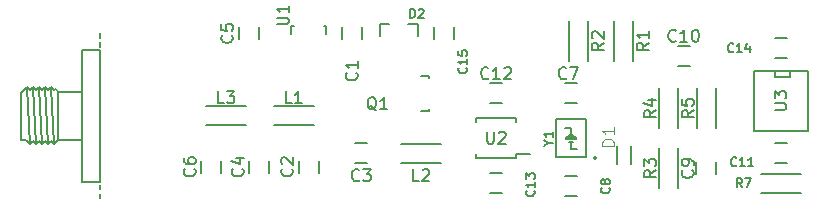
<source format=gbr>
G04 #@! TF.FileFunction,Legend,Top*
%FSLAX46Y46*%
G04 Gerber Fmt 4.6, Leading zero omitted, Abs format (unit mm)*
G04 Created by KiCad (PCBNEW 0.201510251816+6278~30~ubuntu14.04.1-product) date Mon 26 Oct 2015 11:17:12 PM CDT*
%MOMM*%
G01*
G04 APERTURE LIST*
%ADD10C,0.100000*%
%ADD11C,0.150000*%
%ADD12C,0.127000*%
%ADD13C,0.101600*%
G04 APERTURE END LIST*
D10*
D11*
X126023000Y-85860000D02*
X126023000Y-86860000D01*
X127723000Y-86860000D02*
X127723000Y-85860000D01*
X122340000Y-97163000D02*
X122340000Y-98163000D01*
X124040000Y-98163000D02*
X124040000Y-97163000D01*
X127135000Y-97370000D02*
X128135000Y-97370000D01*
X128135000Y-95670000D02*
X127135000Y-95670000D01*
X118149000Y-97163000D02*
X118149000Y-98163000D01*
X119849000Y-98163000D02*
X119849000Y-97163000D01*
X118960000Y-86860000D02*
X118960000Y-85860000D01*
X117260000Y-85860000D02*
X117260000Y-86860000D01*
X114085000Y-97163000D02*
X114085000Y-98163000D01*
X115785000Y-98163000D02*
X115785000Y-97163000D01*
X145915000Y-90590000D02*
X144915000Y-90590000D01*
X144915000Y-92290000D02*
X145915000Y-92290000D01*
X144915000Y-100164000D02*
X145915000Y-100164000D01*
X145915000Y-98464000D02*
X144915000Y-98464000D01*
X155995000Y-97290000D02*
X155995000Y-98290000D01*
X157695000Y-98290000D02*
X157695000Y-97290000D01*
X154440000Y-89115000D02*
X155440000Y-89115000D01*
X155440000Y-87415000D02*
X154440000Y-87415000D01*
X162695000Y-97370000D02*
X163695000Y-97370000D01*
X163695000Y-95670000D02*
X162695000Y-95670000D01*
X138565000Y-92290000D02*
X139565000Y-92290000D01*
X139565000Y-90590000D02*
X138565000Y-90590000D01*
X138565000Y-99910000D02*
X139565000Y-99910000D01*
X139565000Y-98210000D02*
X138565000Y-98210000D01*
X162695000Y-88480000D02*
X163695000Y-88480000D01*
X163695000Y-86780000D02*
X162695000Y-86780000D01*
X123620000Y-92545000D02*
X120220000Y-92545000D01*
X123620000Y-94145000D02*
X120220000Y-94145000D01*
X131015000Y-97320000D02*
X134415000Y-97320000D01*
X131015000Y-95720000D02*
X134415000Y-95720000D01*
X117905000Y-92545000D02*
X114505000Y-92545000D01*
X117905000Y-94145000D02*
X114505000Y-94145000D01*
X132664200Y-89940180D02*
X133365240Y-89940180D01*
X133365240Y-89940180D02*
X133365240Y-90189100D01*
X133365240Y-92739160D02*
X133365240Y-92939820D01*
X133365240Y-92939820D02*
X132664200Y-92939820D01*
X149060000Y-85295000D02*
X149060000Y-88695000D01*
X150660000Y-85295000D02*
X150660000Y-88695000D01*
X145250000Y-85295000D02*
X145250000Y-88695000D01*
X146850000Y-85295000D02*
X146850000Y-88695000D01*
X154470000Y-99490000D02*
X154470000Y-96090000D01*
X152870000Y-99490000D02*
X152870000Y-96090000D01*
X154470000Y-94410000D02*
X154470000Y-91010000D01*
X152870000Y-94410000D02*
X152870000Y-91010000D01*
X156045000Y-91010000D02*
X156045000Y-94410000D01*
X157645000Y-91010000D02*
X157645000Y-94410000D01*
X164895000Y-98260000D02*
X161495000Y-98260000D01*
X164895000Y-99860000D02*
X161495000Y-99860000D01*
X121690180Y-86410800D02*
X121690180Y-85709760D01*
X121690180Y-85709760D02*
X121939100Y-85709760D01*
X124489160Y-85709760D02*
X124689820Y-85709760D01*
X124689820Y-85709760D02*
X124689820Y-86410800D01*
X140740000Y-96925000D02*
X140740000Y-96625000D01*
X137390000Y-96925000D02*
X137390000Y-96625000D01*
X137390000Y-93575000D02*
X137390000Y-93875000D01*
X140740000Y-93575000D02*
X140740000Y-93875000D01*
X140740000Y-96925000D02*
X137390000Y-96925000D01*
X140740000Y-93575000D02*
X137390000Y-93575000D01*
X140740000Y-96625000D02*
X141965000Y-96625000D01*
X165481000Y-89535000D02*
X165481000Y-94615000D01*
X165481000Y-94615000D02*
X160909000Y-94615000D01*
X160909000Y-94615000D02*
X160909000Y-89535000D01*
X160909000Y-89535000D02*
X165481000Y-89535000D01*
X163957000Y-89535000D02*
X163957000Y-90043000D01*
X163957000Y-90043000D02*
X162687000Y-90043000D01*
X162687000Y-90043000D02*
X162687000Y-89535000D01*
X105537000Y-86741000D02*
X105537000Y-86360000D01*
X105537000Y-87503000D02*
X105537000Y-87122000D01*
X105537000Y-99949000D02*
X105537000Y-100330000D01*
X105537000Y-99187000D02*
X105537000Y-99568000D01*
X99568000Y-95758000D02*
X99314000Y-90932000D01*
X100076000Y-95758000D02*
X99822000Y-90932000D01*
X100584000Y-95758000D02*
X100330000Y-90932000D01*
X101092000Y-95758000D02*
X100838000Y-90932000D01*
X101600000Y-95758000D02*
X101346000Y-90932000D01*
X98933000Y-91313000D02*
X98806000Y-91313000D01*
X101981000Y-91313000D02*
X101854000Y-91186000D01*
X101854000Y-91186000D02*
X101727000Y-91059000D01*
X101727000Y-91059000D02*
X101600000Y-91186000D01*
X101600000Y-91186000D02*
X101346000Y-90932000D01*
X101346000Y-90932000D02*
X101092000Y-91186000D01*
X101092000Y-91186000D02*
X100838000Y-90932000D01*
X100838000Y-90932000D02*
X100584000Y-91186000D01*
X100584000Y-91186000D02*
X100330000Y-90932000D01*
X100330000Y-90932000D02*
X100076000Y-91186000D01*
X100076000Y-91186000D02*
X99822000Y-90932000D01*
X99822000Y-90932000D02*
X99568000Y-91186000D01*
X99568000Y-91186000D02*
X99314000Y-90932000D01*
X99314000Y-90932000D02*
X98933000Y-91313000D01*
X99314000Y-95504000D02*
X99187000Y-95377000D01*
X99187000Y-95377000D02*
X98806000Y-95377000D01*
X98806000Y-95377000D02*
X98806000Y-91313000D01*
X101981000Y-95377000D02*
X101600000Y-95758000D01*
X101600000Y-95758000D02*
X101346000Y-95504000D01*
X101346000Y-95504000D02*
X101092000Y-95758000D01*
X101092000Y-95758000D02*
X100838000Y-95504000D01*
X100838000Y-95504000D02*
X100584000Y-95758000D01*
X100584000Y-95758000D02*
X100330000Y-95504000D01*
X100330000Y-95504000D02*
X100076000Y-95758000D01*
X100076000Y-95758000D02*
X99822000Y-95504000D01*
X99822000Y-95504000D02*
X99568000Y-95758000D01*
X99568000Y-95758000D02*
X99314000Y-95504000D01*
X104013000Y-95377000D02*
X101981000Y-95377000D01*
X101981000Y-95377000D02*
X101981000Y-91313000D01*
X101981000Y-91313000D02*
X104013000Y-91313000D01*
X105537000Y-98933000D02*
X104013000Y-98933000D01*
X104013000Y-98933000D02*
X104013000Y-87757000D01*
X104013000Y-87757000D02*
X105537000Y-87757000D01*
X105537000Y-87757000D02*
X105537000Y-98933000D01*
D12*
X129210000Y-85560000D02*
X129210000Y-86560000D01*
X132410000Y-85560000D02*
X132410000Y-86560000D01*
X131610000Y-85560000D02*
X132410000Y-85560000D01*
X130010000Y-85560000D02*
X129210000Y-85560000D01*
D11*
X147572421Y-96940400D02*
G75*
G03X147572421Y-96940400I-141421J0D01*
G01*
X145015000Y-95350000D02*
X145015000Y-95150000D01*
X145015000Y-95150000D02*
X145815000Y-95150000D01*
X145815000Y-95150000D02*
X145815000Y-95350000D01*
X145815000Y-95350000D02*
X145015000Y-95350000D01*
X145215000Y-94950000D02*
X145615000Y-94950000D01*
X145215000Y-95550000D02*
X145615000Y-95550000D01*
X144915000Y-94350000D02*
X145415000Y-94350000D01*
X145415000Y-94350000D02*
X145415000Y-94950000D01*
X145915000Y-96150000D02*
X145415000Y-96150000D01*
X145415000Y-96150000D02*
X145415000Y-95550000D01*
X144165000Y-96850000D02*
X144165000Y-93650000D01*
X144165000Y-93650000D02*
X146665000Y-93650000D01*
X146665000Y-93650000D02*
X146665000Y-96850000D01*
X146665000Y-96850000D02*
X144165000Y-96850000D01*
X135470000Y-86860000D02*
X135470000Y-85860000D01*
X133770000Y-85860000D02*
X133770000Y-86860000D01*
X150460000Y-95866000D02*
X150460000Y-97416000D01*
X149260000Y-95866000D02*
X149260000Y-97416000D01*
D12*
X127235857Y-89704333D02*
X127284238Y-89752714D01*
X127332619Y-89897857D01*
X127332619Y-89994619D01*
X127284238Y-90139761D01*
X127187476Y-90236523D01*
X127090714Y-90284904D01*
X126897190Y-90333285D01*
X126752048Y-90333285D01*
X126558524Y-90284904D01*
X126461762Y-90236523D01*
X126365000Y-90139761D01*
X126316619Y-89994619D01*
X126316619Y-89897857D01*
X126365000Y-89752714D01*
X126413381Y-89704333D01*
X127332619Y-88736714D02*
X127332619Y-89317285D01*
X127332619Y-89026999D02*
X126316619Y-89026999D01*
X126461762Y-89123761D01*
X126558524Y-89220523D01*
X126606905Y-89317285D01*
X121774857Y-97832333D02*
X121823238Y-97880714D01*
X121871619Y-98025857D01*
X121871619Y-98122619D01*
X121823238Y-98267761D01*
X121726476Y-98364523D01*
X121629714Y-98412904D01*
X121436190Y-98461285D01*
X121291048Y-98461285D01*
X121097524Y-98412904D01*
X121000762Y-98364523D01*
X120904000Y-98267761D01*
X120855619Y-98122619D01*
X120855619Y-98025857D01*
X120904000Y-97880714D01*
X120952381Y-97832333D01*
X120952381Y-97445285D02*
X120904000Y-97396904D01*
X120855619Y-97300142D01*
X120855619Y-97058238D01*
X120904000Y-96961476D01*
X120952381Y-96913095D01*
X121049143Y-96864714D01*
X121145905Y-96864714D01*
X121291048Y-96913095D01*
X121871619Y-97493666D01*
X121871619Y-96864714D01*
X127465667Y-98787857D02*
X127417286Y-98836238D01*
X127272143Y-98884619D01*
X127175381Y-98884619D01*
X127030239Y-98836238D01*
X126933477Y-98739476D01*
X126885096Y-98642714D01*
X126836715Y-98449190D01*
X126836715Y-98304048D01*
X126885096Y-98110524D01*
X126933477Y-98013762D01*
X127030239Y-97917000D01*
X127175381Y-97868619D01*
X127272143Y-97868619D01*
X127417286Y-97917000D01*
X127465667Y-97965381D01*
X127804334Y-97868619D02*
X128433286Y-97868619D01*
X128094620Y-98255667D01*
X128239762Y-98255667D01*
X128336524Y-98304048D01*
X128384905Y-98352429D01*
X128433286Y-98449190D01*
X128433286Y-98691095D01*
X128384905Y-98787857D01*
X128336524Y-98836238D01*
X128239762Y-98884619D01*
X127949477Y-98884619D01*
X127852715Y-98836238D01*
X127804334Y-98787857D01*
X117583857Y-97832333D02*
X117632238Y-97880714D01*
X117680619Y-98025857D01*
X117680619Y-98122619D01*
X117632238Y-98267761D01*
X117535476Y-98364523D01*
X117438714Y-98412904D01*
X117245190Y-98461285D01*
X117100048Y-98461285D01*
X116906524Y-98412904D01*
X116809762Y-98364523D01*
X116713000Y-98267761D01*
X116664619Y-98122619D01*
X116664619Y-98025857D01*
X116713000Y-97880714D01*
X116761381Y-97832333D01*
X117003286Y-96961476D02*
X117680619Y-96961476D01*
X116616238Y-97203380D02*
X117341952Y-97445285D01*
X117341952Y-96816333D01*
X116694857Y-86529333D02*
X116743238Y-86577714D01*
X116791619Y-86722857D01*
X116791619Y-86819619D01*
X116743238Y-86964761D01*
X116646476Y-87061523D01*
X116549714Y-87109904D01*
X116356190Y-87158285D01*
X116211048Y-87158285D01*
X116017524Y-87109904D01*
X115920762Y-87061523D01*
X115824000Y-86964761D01*
X115775619Y-86819619D01*
X115775619Y-86722857D01*
X115824000Y-86577714D01*
X115872381Y-86529333D01*
X115775619Y-85610095D02*
X115775619Y-86093904D01*
X116259429Y-86142285D01*
X116211048Y-86093904D01*
X116162667Y-85997142D01*
X116162667Y-85755238D01*
X116211048Y-85658476D01*
X116259429Y-85610095D01*
X116356190Y-85561714D01*
X116598095Y-85561714D01*
X116694857Y-85610095D01*
X116743238Y-85658476D01*
X116791619Y-85755238D01*
X116791619Y-85997142D01*
X116743238Y-86093904D01*
X116694857Y-86142285D01*
X113519857Y-97832333D02*
X113568238Y-97880714D01*
X113616619Y-98025857D01*
X113616619Y-98122619D01*
X113568238Y-98267761D01*
X113471476Y-98364523D01*
X113374714Y-98412904D01*
X113181190Y-98461285D01*
X113036048Y-98461285D01*
X112842524Y-98412904D01*
X112745762Y-98364523D01*
X112649000Y-98267761D01*
X112600619Y-98122619D01*
X112600619Y-98025857D01*
X112649000Y-97880714D01*
X112697381Y-97832333D01*
X112600619Y-96961476D02*
X112600619Y-97154999D01*
X112649000Y-97251761D01*
X112697381Y-97300142D01*
X112842524Y-97396904D01*
X113036048Y-97445285D01*
X113423095Y-97445285D01*
X113519857Y-97396904D01*
X113568238Y-97348523D01*
X113616619Y-97251761D01*
X113616619Y-97058238D01*
X113568238Y-96961476D01*
X113519857Y-96913095D01*
X113423095Y-96864714D01*
X113181190Y-96864714D01*
X113084429Y-96913095D01*
X113036048Y-96961476D01*
X112987667Y-97058238D01*
X112987667Y-97251761D01*
X113036048Y-97348523D01*
X113084429Y-97396904D01*
X113181190Y-97445285D01*
X144991667Y-90151857D02*
X144943286Y-90200238D01*
X144798143Y-90248619D01*
X144701381Y-90248619D01*
X144556239Y-90200238D01*
X144459477Y-90103476D01*
X144411096Y-90006714D01*
X144362715Y-89813190D01*
X144362715Y-89668048D01*
X144411096Y-89474524D01*
X144459477Y-89377762D01*
X144556239Y-89281000D01*
X144701381Y-89232619D01*
X144798143Y-89232619D01*
X144943286Y-89281000D01*
X144991667Y-89329381D01*
X145330334Y-89232619D02*
X146007667Y-89232619D01*
X145572239Y-90248619D01*
X148608143Y-99441000D02*
X148644429Y-99477286D01*
X148680714Y-99586143D01*
X148680714Y-99658714D01*
X148644429Y-99767571D01*
X148571857Y-99840143D01*
X148499286Y-99876428D01*
X148354143Y-99912714D01*
X148245286Y-99912714D01*
X148100143Y-99876428D01*
X148027571Y-99840143D01*
X147955000Y-99767571D01*
X147918714Y-99658714D01*
X147918714Y-99586143D01*
X147955000Y-99477286D01*
X147991286Y-99441000D01*
X148245286Y-99005571D02*
X148209000Y-99078143D01*
X148172714Y-99114428D01*
X148100143Y-99150714D01*
X148063857Y-99150714D01*
X147991286Y-99114428D01*
X147955000Y-99078143D01*
X147918714Y-99005571D01*
X147918714Y-98860428D01*
X147955000Y-98787857D01*
X147991286Y-98751571D01*
X148063857Y-98715286D01*
X148100143Y-98715286D01*
X148172714Y-98751571D01*
X148209000Y-98787857D01*
X148245286Y-98860428D01*
X148245286Y-99005571D01*
X148281571Y-99078143D01*
X148317857Y-99114428D01*
X148390429Y-99150714D01*
X148535571Y-99150714D01*
X148608143Y-99114428D01*
X148644429Y-99078143D01*
X148680714Y-99005571D01*
X148680714Y-98860428D01*
X148644429Y-98787857D01*
X148608143Y-98751571D01*
X148535571Y-98715286D01*
X148390429Y-98715286D01*
X148317857Y-98751571D01*
X148281571Y-98787857D01*
X148245286Y-98860428D01*
X155683857Y-97959333D02*
X155732238Y-98007714D01*
X155780619Y-98152857D01*
X155780619Y-98249619D01*
X155732238Y-98394761D01*
X155635476Y-98491523D01*
X155538714Y-98539904D01*
X155345190Y-98588285D01*
X155200048Y-98588285D01*
X155006524Y-98539904D01*
X154909762Y-98491523D01*
X154813000Y-98394761D01*
X154764619Y-98249619D01*
X154764619Y-98152857D01*
X154813000Y-98007714D01*
X154861381Y-97959333D01*
X155780619Y-97475523D02*
X155780619Y-97281999D01*
X155732238Y-97185238D01*
X155683857Y-97136857D01*
X155538714Y-97040095D01*
X155345190Y-96991714D01*
X154958143Y-96991714D01*
X154861381Y-97040095D01*
X154813000Y-97088476D01*
X154764619Y-97185238D01*
X154764619Y-97378761D01*
X154813000Y-97475523D01*
X154861381Y-97523904D01*
X154958143Y-97572285D01*
X155200048Y-97572285D01*
X155296810Y-97523904D01*
X155345190Y-97475523D01*
X155393571Y-97378761D01*
X155393571Y-97185238D01*
X155345190Y-97088476D01*
X155296810Y-97040095D01*
X155200048Y-96991714D01*
X154286857Y-86976857D02*
X154238476Y-87025238D01*
X154093333Y-87073619D01*
X153996571Y-87073619D01*
X153851429Y-87025238D01*
X153754667Y-86928476D01*
X153706286Y-86831714D01*
X153657905Y-86638190D01*
X153657905Y-86493048D01*
X153706286Y-86299524D01*
X153754667Y-86202762D01*
X153851429Y-86106000D01*
X153996571Y-86057619D01*
X154093333Y-86057619D01*
X154238476Y-86106000D01*
X154286857Y-86154381D01*
X155254476Y-87073619D02*
X154673905Y-87073619D01*
X154964191Y-87073619D02*
X154964191Y-86057619D01*
X154867429Y-86202762D01*
X154770667Y-86299524D01*
X154673905Y-86347905D01*
X155883429Y-86057619D02*
X155980190Y-86057619D01*
X156076952Y-86106000D01*
X156125333Y-86154381D01*
X156173714Y-86251143D01*
X156222095Y-86444667D01*
X156222095Y-86686571D01*
X156173714Y-86880095D01*
X156125333Y-86976857D01*
X156076952Y-87025238D01*
X155980190Y-87073619D01*
X155883429Y-87073619D01*
X155786667Y-87025238D01*
X155738286Y-86976857D01*
X155689905Y-86880095D01*
X155641524Y-86686571D01*
X155641524Y-86444667D01*
X155689905Y-86251143D01*
X155738286Y-86154381D01*
X155786667Y-86106000D01*
X155883429Y-86057619D01*
X159403143Y-97554143D02*
X159366857Y-97590429D01*
X159258000Y-97626714D01*
X159185429Y-97626714D01*
X159076572Y-97590429D01*
X159004000Y-97517857D01*
X158967715Y-97445286D01*
X158931429Y-97300143D01*
X158931429Y-97191286D01*
X158967715Y-97046143D01*
X159004000Y-96973571D01*
X159076572Y-96901000D01*
X159185429Y-96864714D01*
X159258000Y-96864714D01*
X159366857Y-96901000D01*
X159403143Y-96937286D01*
X160128857Y-97626714D02*
X159693429Y-97626714D01*
X159911143Y-97626714D02*
X159911143Y-96864714D01*
X159838572Y-96973571D01*
X159766000Y-97046143D01*
X159693429Y-97082429D01*
X160854571Y-97626714D02*
X160419143Y-97626714D01*
X160636857Y-97626714D02*
X160636857Y-96864714D01*
X160564286Y-96973571D01*
X160491714Y-97046143D01*
X160419143Y-97082429D01*
X138411857Y-90151857D02*
X138363476Y-90200238D01*
X138218333Y-90248619D01*
X138121571Y-90248619D01*
X137976429Y-90200238D01*
X137879667Y-90103476D01*
X137831286Y-90006714D01*
X137782905Y-89813190D01*
X137782905Y-89668048D01*
X137831286Y-89474524D01*
X137879667Y-89377762D01*
X137976429Y-89281000D01*
X138121571Y-89232619D01*
X138218333Y-89232619D01*
X138363476Y-89281000D01*
X138411857Y-89329381D01*
X139379476Y-90248619D02*
X138798905Y-90248619D01*
X139089191Y-90248619D02*
X139089191Y-89232619D01*
X138992429Y-89377762D01*
X138895667Y-89474524D01*
X138798905Y-89522905D01*
X139766524Y-89329381D02*
X139814905Y-89281000D01*
X139911667Y-89232619D01*
X140153571Y-89232619D01*
X140250333Y-89281000D01*
X140298714Y-89329381D01*
X140347095Y-89426143D01*
X140347095Y-89522905D01*
X140298714Y-89668048D01*
X139718143Y-90248619D01*
X140347095Y-90248619D01*
X142258143Y-99676857D02*
X142294429Y-99713143D01*
X142330714Y-99822000D01*
X142330714Y-99894571D01*
X142294429Y-100003428D01*
X142221857Y-100076000D01*
X142149286Y-100112285D01*
X142004143Y-100148571D01*
X141895286Y-100148571D01*
X141750143Y-100112285D01*
X141677571Y-100076000D01*
X141605000Y-100003428D01*
X141568714Y-99894571D01*
X141568714Y-99822000D01*
X141605000Y-99713143D01*
X141641286Y-99676857D01*
X142330714Y-98951143D02*
X142330714Y-99386571D01*
X142330714Y-99168857D02*
X141568714Y-99168857D01*
X141677571Y-99241428D01*
X141750143Y-99314000D01*
X141786429Y-99386571D01*
X141568714Y-98697143D02*
X141568714Y-98225429D01*
X141859000Y-98479429D01*
X141859000Y-98370571D01*
X141895286Y-98298000D01*
X141931571Y-98261714D01*
X142004143Y-98225429D01*
X142185571Y-98225429D01*
X142258143Y-98261714D01*
X142294429Y-98298000D01*
X142330714Y-98370571D01*
X142330714Y-98588286D01*
X142294429Y-98660857D01*
X142258143Y-98697143D01*
X159149143Y-87902143D02*
X159112857Y-87938429D01*
X159004000Y-87974714D01*
X158931429Y-87974714D01*
X158822572Y-87938429D01*
X158750000Y-87865857D01*
X158713715Y-87793286D01*
X158677429Y-87648143D01*
X158677429Y-87539286D01*
X158713715Y-87394143D01*
X158750000Y-87321571D01*
X158822572Y-87249000D01*
X158931429Y-87212714D01*
X159004000Y-87212714D01*
X159112857Y-87249000D01*
X159149143Y-87285286D01*
X159874857Y-87974714D02*
X159439429Y-87974714D01*
X159657143Y-87974714D02*
X159657143Y-87212714D01*
X159584572Y-87321571D01*
X159512000Y-87394143D01*
X159439429Y-87430429D01*
X160528000Y-87466714D02*
X160528000Y-87974714D01*
X160346571Y-87176429D02*
X160165143Y-87720714D01*
X160636857Y-87720714D01*
X121750667Y-92280619D02*
X121266858Y-92280619D01*
X121266858Y-91264619D01*
X122621524Y-92280619D02*
X122040953Y-92280619D01*
X122331239Y-92280619D02*
X122331239Y-91264619D01*
X122234477Y-91409762D01*
X122137715Y-91506524D01*
X122040953Y-91554905D01*
X132545667Y-98884619D02*
X132061858Y-98884619D01*
X132061858Y-97868619D01*
X132835953Y-97965381D02*
X132884334Y-97917000D01*
X132981096Y-97868619D01*
X133223000Y-97868619D01*
X133319762Y-97917000D01*
X133368143Y-97965381D01*
X133416524Y-98062143D01*
X133416524Y-98158905D01*
X133368143Y-98304048D01*
X132787572Y-98884619D01*
X133416524Y-98884619D01*
X116035667Y-92280619D02*
X115551858Y-92280619D01*
X115551858Y-91264619D01*
X116277572Y-91264619D02*
X116906524Y-91264619D01*
X116567858Y-91651667D01*
X116713000Y-91651667D01*
X116809762Y-91700048D01*
X116858143Y-91748429D01*
X116906524Y-91845190D01*
X116906524Y-92087095D01*
X116858143Y-92183857D01*
X116809762Y-92232238D01*
X116713000Y-92280619D01*
X116422715Y-92280619D01*
X116325953Y-92232238D01*
X116277572Y-92183857D01*
X128935238Y-92885381D02*
X128838476Y-92837000D01*
X128741714Y-92740238D01*
X128596571Y-92595095D01*
X128499810Y-92546714D01*
X128403048Y-92546714D01*
X128451429Y-92788619D02*
X128354667Y-92740238D01*
X128257905Y-92643476D01*
X128209524Y-92449952D01*
X128209524Y-92111286D01*
X128257905Y-91917762D01*
X128354667Y-91821000D01*
X128451429Y-91772619D01*
X128644952Y-91772619D01*
X128741714Y-91821000D01*
X128838476Y-91917762D01*
X128886857Y-92111286D01*
X128886857Y-92449952D01*
X128838476Y-92643476D01*
X128741714Y-92740238D01*
X128644952Y-92788619D01*
X128451429Y-92788619D01*
X129854476Y-92788619D02*
X129273905Y-92788619D01*
X129564191Y-92788619D02*
X129564191Y-91772619D01*
X129467429Y-91917762D01*
X129370667Y-92014524D01*
X129273905Y-92062905D01*
X151970619Y-87164333D02*
X151486810Y-87502999D01*
X151970619Y-87744904D02*
X150954619Y-87744904D01*
X150954619Y-87357857D01*
X151003000Y-87261095D01*
X151051381Y-87212714D01*
X151148143Y-87164333D01*
X151293286Y-87164333D01*
X151390048Y-87212714D01*
X151438429Y-87261095D01*
X151486810Y-87357857D01*
X151486810Y-87744904D01*
X151970619Y-86196714D02*
X151970619Y-86777285D01*
X151970619Y-86486999D02*
X150954619Y-86486999D01*
X151099762Y-86583761D01*
X151196524Y-86680523D01*
X151244905Y-86777285D01*
X148160619Y-87164333D02*
X147676810Y-87502999D01*
X148160619Y-87744904D02*
X147144619Y-87744904D01*
X147144619Y-87357857D01*
X147193000Y-87261095D01*
X147241381Y-87212714D01*
X147338143Y-87164333D01*
X147483286Y-87164333D01*
X147580048Y-87212714D01*
X147628429Y-87261095D01*
X147676810Y-87357857D01*
X147676810Y-87744904D01*
X147241381Y-86777285D02*
X147193000Y-86728904D01*
X147144619Y-86632142D01*
X147144619Y-86390238D01*
X147193000Y-86293476D01*
X147241381Y-86245095D01*
X147338143Y-86196714D01*
X147434905Y-86196714D01*
X147580048Y-86245095D01*
X148160619Y-86825666D01*
X148160619Y-86196714D01*
X152605619Y-97959333D02*
X152121810Y-98297999D01*
X152605619Y-98539904D02*
X151589619Y-98539904D01*
X151589619Y-98152857D01*
X151638000Y-98056095D01*
X151686381Y-98007714D01*
X151783143Y-97959333D01*
X151928286Y-97959333D01*
X152025048Y-98007714D01*
X152073429Y-98056095D01*
X152121810Y-98152857D01*
X152121810Y-98539904D01*
X151589619Y-97620666D02*
X151589619Y-96991714D01*
X151976667Y-97330380D01*
X151976667Y-97185238D01*
X152025048Y-97088476D01*
X152073429Y-97040095D01*
X152170190Y-96991714D01*
X152412095Y-96991714D01*
X152508857Y-97040095D01*
X152557238Y-97088476D01*
X152605619Y-97185238D01*
X152605619Y-97475523D01*
X152557238Y-97572285D01*
X152508857Y-97620666D01*
X152605619Y-92879333D02*
X152121810Y-93217999D01*
X152605619Y-93459904D02*
X151589619Y-93459904D01*
X151589619Y-93072857D01*
X151638000Y-92976095D01*
X151686381Y-92927714D01*
X151783143Y-92879333D01*
X151928286Y-92879333D01*
X152025048Y-92927714D01*
X152073429Y-92976095D01*
X152121810Y-93072857D01*
X152121810Y-93459904D01*
X151928286Y-92008476D02*
X152605619Y-92008476D01*
X151541238Y-92250380D02*
X152266952Y-92492285D01*
X152266952Y-91863333D01*
X155780619Y-92879333D02*
X155296810Y-93217999D01*
X155780619Y-93459904D02*
X154764619Y-93459904D01*
X154764619Y-93072857D01*
X154813000Y-92976095D01*
X154861381Y-92927714D01*
X154958143Y-92879333D01*
X155103286Y-92879333D01*
X155200048Y-92927714D01*
X155248429Y-92976095D01*
X155296810Y-93072857D01*
X155296810Y-93459904D01*
X154764619Y-91960095D02*
X154764619Y-92443904D01*
X155248429Y-92492285D01*
X155200048Y-92443904D01*
X155151667Y-92347142D01*
X155151667Y-92105238D01*
X155200048Y-92008476D01*
X155248429Y-91960095D01*
X155345190Y-91911714D01*
X155587095Y-91911714D01*
X155683857Y-91960095D01*
X155732238Y-92008476D01*
X155780619Y-92105238D01*
X155780619Y-92347142D01*
X155732238Y-92443904D01*
X155683857Y-92492285D01*
X159893000Y-99404714D02*
X159639000Y-99041857D01*
X159457572Y-99404714D02*
X159457572Y-98642714D01*
X159747857Y-98642714D01*
X159820429Y-98679000D01*
X159856714Y-98715286D01*
X159893000Y-98787857D01*
X159893000Y-98896714D01*
X159856714Y-98969286D01*
X159820429Y-99005571D01*
X159747857Y-99041857D01*
X159457572Y-99041857D01*
X160147000Y-98642714D02*
X160655000Y-98642714D01*
X160328429Y-99404714D01*
X120474619Y-85610095D02*
X121297095Y-85610095D01*
X121393857Y-85561714D01*
X121442238Y-85513333D01*
X121490619Y-85416571D01*
X121490619Y-85223048D01*
X121442238Y-85126286D01*
X121393857Y-85077905D01*
X121297095Y-85029524D01*
X120474619Y-85029524D01*
X121490619Y-84013524D02*
X121490619Y-84594095D01*
X121490619Y-84303809D02*
X120474619Y-84303809D01*
X120619762Y-84400571D01*
X120716524Y-84497333D01*
X120764905Y-84594095D01*
D11*
X138303095Y-94702381D02*
X138303095Y-95511905D01*
X138350714Y-95607143D01*
X138398333Y-95654762D01*
X138493571Y-95702381D01*
X138684048Y-95702381D01*
X138779286Y-95654762D01*
X138826905Y-95607143D01*
X138874524Y-95511905D01*
X138874524Y-94702381D01*
X139303095Y-94797619D02*
X139350714Y-94750000D01*
X139445952Y-94702381D01*
X139684048Y-94702381D01*
X139779286Y-94750000D01*
X139826905Y-94797619D01*
X139874524Y-94892857D01*
X139874524Y-94988095D01*
X139826905Y-95130952D01*
X139255476Y-95702381D01*
X139874524Y-95702381D01*
X162647381Y-92836905D02*
X163456905Y-92836905D01*
X163552143Y-92789286D01*
X163599762Y-92741667D01*
X163647381Y-92646429D01*
X163647381Y-92455952D01*
X163599762Y-92360714D01*
X163552143Y-92313095D01*
X163456905Y-92265476D01*
X162647381Y-92265476D01*
X162647381Y-91884524D02*
X162647381Y-91265476D01*
X163028333Y-91598810D01*
X163028333Y-91455952D01*
X163075952Y-91360714D01*
X163123571Y-91313095D01*
X163218810Y-91265476D01*
X163456905Y-91265476D01*
X163552143Y-91313095D01*
X163599762Y-91360714D01*
X163647381Y-91455952D01*
X163647381Y-91741667D01*
X163599762Y-91836905D01*
X163552143Y-91884524D01*
D12*
X131771572Y-85053714D02*
X131771572Y-84291714D01*
X131953000Y-84291714D01*
X132061857Y-84328000D01*
X132134429Y-84400571D01*
X132170714Y-84473143D01*
X132207000Y-84618286D01*
X132207000Y-84727143D01*
X132170714Y-84872286D01*
X132134429Y-84944857D01*
X132061857Y-85017429D01*
X131953000Y-85053714D01*
X131771572Y-85053714D01*
X132497286Y-84364286D02*
X132533572Y-84328000D01*
X132606143Y-84291714D01*
X132787572Y-84291714D01*
X132860143Y-84328000D01*
X132896429Y-84364286D01*
X132932714Y-84436857D01*
X132932714Y-84509429D01*
X132896429Y-84618286D01*
X132461000Y-85053714D01*
X132932714Y-85053714D01*
X143491857Y-95612857D02*
X143854714Y-95612857D01*
X143092714Y-95866857D02*
X143491857Y-95612857D01*
X143092714Y-95358857D01*
X143854714Y-94705714D02*
X143854714Y-95141142D01*
X143854714Y-94923428D02*
X143092714Y-94923428D01*
X143201571Y-94995999D01*
X143274143Y-95068571D01*
X143310429Y-95141142D01*
X136543143Y-89262857D02*
X136579429Y-89299143D01*
X136615714Y-89408000D01*
X136615714Y-89480571D01*
X136579429Y-89589428D01*
X136506857Y-89662000D01*
X136434286Y-89698285D01*
X136289143Y-89734571D01*
X136180286Y-89734571D01*
X136035143Y-89698285D01*
X135962571Y-89662000D01*
X135890000Y-89589428D01*
X135853714Y-89480571D01*
X135853714Y-89408000D01*
X135890000Y-89299143D01*
X135926286Y-89262857D01*
X136615714Y-88537143D02*
X136615714Y-88972571D01*
X136615714Y-88754857D02*
X135853714Y-88754857D01*
X135962571Y-88827428D01*
X136035143Y-88900000D01*
X136071429Y-88972571D01*
X135853714Y-87847714D02*
X135853714Y-88210571D01*
X136216571Y-88246857D01*
X136180286Y-88210571D01*
X136144000Y-88138000D01*
X136144000Y-87956571D01*
X136180286Y-87884000D01*
X136216571Y-87847714D01*
X136289143Y-87811429D01*
X136470571Y-87811429D01*
X136543143Y-87847714D01*
X136579429Y-87884000D01*
X136615714Y-87956571D01*
X136615714Y-88138000D01*
X136579429Y-88210571D01*
X136543143Y-88246857D01*
D13*
X149049619Y-95872904D02*
X148033619Y-95872904D01*
X148033619Y-95630999D01*
X148082000Y-95485857D01*
X148178762Y-95389095D01*
X148275524Y-95340714D01*
X148469048Y-95292333D01*
X148614190Y-95292333D01*
X148807714Y-95340714D01*
X148904476Y-95389095D01*
X149001238Y-95485857D01*
X149049619Y-95630999D01*
X149049619Y-95872904D01*
X149049619Y-94324714D02*
X149049619Y-94905285D01*
X149049619Y-94614999D02*
X148033619Y-94614999D01*
X148178762Y-94711761D01*
X148275524Y-94808523D01*
X148323905Y-94905285D01*
M02*

</source>
